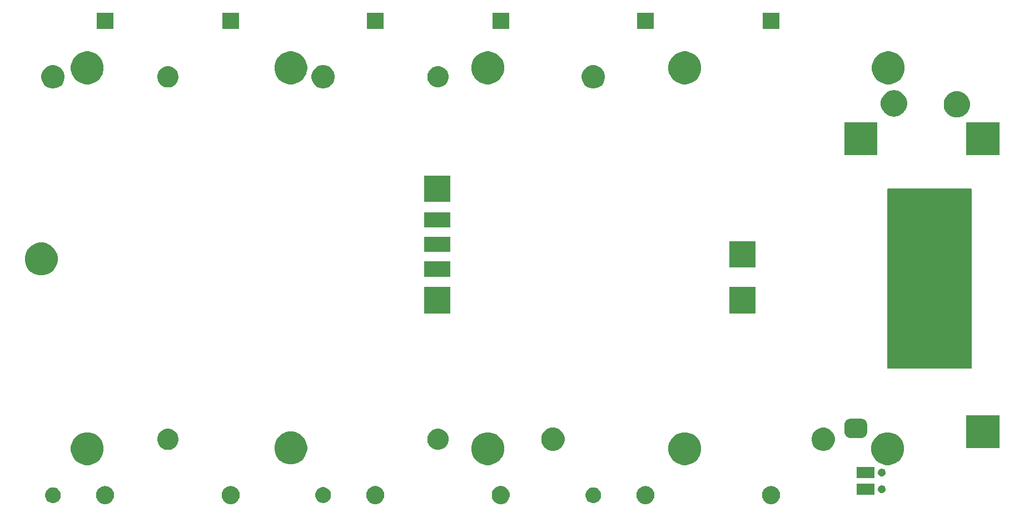
<source format=gts>
G04 #@! TF.GenerationSoftware,KiCad,Pcbnew,(5.0.2)-1*
G04 #@! TF.CreationDate,2019-03-16T18:46:31-04:00*
G04 #@! TF.ProjectId,2p3s-pwr-pack,32703373-2d70-4777-922d-7061636b2e6b,V1*
G04 #@! TF.SameCoordinates,Original*
G04 #@! TF.FileFunction,Soldermask,Top*
G04 #@! TF.FilePolarity,Negative*
%FSLAX46Y46*%
G04 Gerber Fmt 4.6, Leading zero omitted, Abs format (unit mm)*
G04 Created by KiCad (PCBNEW (5.0.2)-1) date 3/16/2019 6:46:31 PM*
%MOMM*%
%LPD*%
G01*
G04 APERTURE LIST*
%ADD10C,0.150000*%
G04 APERTURE END LIST*
D10*
G36*
X188595000Y-120332500D02*
X201295000Y-120332500D01*
X201295000Y-93027500D01*
X188595000Y-93027500D01*
X188595000Y-120332500D01*
G37*
X188595000Y-120332500D02*
X201295000Y-120332500D01*
X201295000Y-93027500D01*
X188595000Y-93027500D01*
X188595000Y-120332500D01*
G36*
X88763976Y-138327615D02*
X88941076Y-138362842D01*
X89191306Y-138466490D01*
X89416514Y-138616970D01*
X89608032Y-138808488D01*
X89758512Y-139033696D01*
X89862160Y-139283926D01*
X89879281Y-139370000D01*
X89911182Y-139530374D01*
X89915001Y-139549576D01*
X89915001Y-139820426D01*
X89862160Y-140086076D01*
X89758512Y-140336306D01*
X89608032Y-140561514D01*
X89416514Y-140753032D01*
X89191306Y-140903512D01*
X88941076Y-141007160D01*
X88771956Y-141040800D01*
X88675427Y-141060001D01*
X88404575Y-141060001D01*
X88308046Y-141040800D01*
X88138926Y-141007160D01*
X87888696Y-140903512D01*
X87663488Y-140753032D01*
X87471970Y-140561514D01*
X87321490Y-140336306D01*
X87217842Y-140086076D01*
X87165001Y-139820426D01*
X87165001Y-139549576D01*
X87168821Y-139530374D01*
X87200721Y-139370000D01*
X87217842Y-139283926D01*
X87321490Y-139033696D01*
X87471970Y-138808488D01*
X87663488Y-138616970D01*
X87888696Y-138466490D01*
X88138926Y-138362842D01*
X88316026Y-138327615D01*
X88404575Y-138310001D01*
X88675427Y-138310001D01*
X88763976Y-138327615D01*
X88763976Y-138327615D01*
G37*
G36*
X151933976Y-138327615D02*
X152111076Y-138362842D01*
X152361306Y-138466490D01*
X152586514Y-138616970D01*
X152778032Y-138808488D01*
X152928512Y-139033696D01*
X153032160Y-139283926D01*
X153049281Y-139370000D01*
X153081182Y-139530374D01*
X153085001Y-139549576D01*
X153085001Y-139820426D01*
X153032160Y-140086076D01*
X152928512Y-140336306D01*
X152778032Y-140561514D01*
X152586514Y-140753032D01*
X152361306Y-140903512D01*
X152111076Y-141007160D01*
X151941956Y-141040800D01*
X151845427Y-141060001D01*
X151574575Y-141060001D01*
X151478046Y-141040800D01*
X151308926Y-141007160D01*
X151058696Y-140903512D01*
X150833488Y-140753032D01*
X150641970Y-140561514D01*
X150491490Y-140336306D01*
X150387842Y-140086076D01*
X150335001Y-139820426D01*
X150335001Y-139549576D01*
X150338821Y-139530374D01*
X150370721Y-139370000D01*
X150387842Y-139283926D01*
X150491490Y-139033696D01*
X150641970Y-138808488D01*
X150833488Y-138616970D01*
X151058696Y-138466490D01*
X151308926Y-138362842D01*
X151486026Y-138327615D01*
X151574575Y-138310001D01*
X151845427Y-138310001D01*
X151933976Y-138327615D01*
X151933976Y-138327615D01*
G37*
G36*
X171063976Y-138327615D02*
X171241076Y-138362842D01*
X171491306Y-138466490D01*
X171716514Y-138616970D01*
X171908032Y-138808488D01*
X172058512Y-139033696D01*
X172162160Y-139283926D01*
X172179281Y-139370000D01*
X172211182Y-139530374D01*
X172215001Y-139549576D01*
X172215001Y-139820426D01*
X172162160Y-140086076D01*
X172058512Y-140336306D01*
X171908032Y-140561514D01*
X171716514Y-140753032D01*
X171491306Y-140903512D01*
X171241076Y-141007160D01*
X171071956Y-141040800D01*
X170975427Y-141060001D01*
X170704575Y-141060001D01*
X170608046Y-141040800D01*
X170438926Y-141007160D01*
X170188696Y-140903512D01*
X169963488Y-140753032D01*
X169771970Y-140561514D01*
X169621490Y-140336306D01*
X169517842Y-140086076D01*
X169465001Y-139820426D01*
X169465001Y-139549576D01*
X169468821Y-139530374D01*
X169500721Y-139370000D01*
X169517842Y-139283926D01*
X169621490Y-139033696D01*
X169771970Y-138808488D01*
X169963488Y-138616970D01*
X170188696Y-138466490D01*
X170438926Y-138362842D01*
X170616026Y-138327615D01*
X170704575Y-138310001D01*
X170975427Y-138310001D01*
X171063976Y-138327615D01*
X171063976Y-138327615D01*
G37*
G36*
X69633976Y-138327615D02*
X69811076Y-138362842D01*
X70061306Y-138466490D01*
X70286514Y-138616970D01*
X70478032Y-138808488D01*
X70628512Y-139033696D01*
X70732160Y-139283926D01*
X70749281Y-139370000D01*
X70781182Y-139530374D01*
X70785001Y-139549576D01*
X70785001Y-139820426D01*
X70732160Y-140086076D01*
X70628512Y-140336306D01*
X70478032Y-140561514D01*
X70286514Y-140753032D01*
X70061306Y-140903512D01*
X69811076Y-141007160D01*
X69641956Y-141040800D01*
X69545427Y-141060001D01*
X69274575Y-141060001D01*
X69178046Y-141040800D01*
X69008926Y-141007160D01*
X68758696Y-140903512D01*
X68533488Y-140753032D01*
X68341970Y-140561514D01*
X68191490Y-140336306D01*
X68087842Y-140086076D01*
X68035001Y-139820426D01*
X68035001Y-139549576D01*
X68038821Y-139530374D01*
X68070721Y-139370000D01*
X68087842Y-139283926D01*
X68191490Y-139033696D01*
X68341970Y-138808488D01*
X68533488Y-138616970D01*
X68758696Y-138466490D01*
X69008926Y-138362842D01*
X69186026Y-138327615D01*
X69274575Y-138310001D01*
X69545427Y-138310001D01*
X69633976Y-138327615D01*
X69633976Y-138327615D01*
G37*
G36*
X129883135Y-138303950D02*
X130082675Y-138343641D01*
X130332905Y-138447289D01*
X130558113Y-138597769D01*
X130749631Y-138789287D01*
X130900111Y-139014495D01*
X131003759Y-139264725D01*
X131013913Y-139315773D01*
X131056600Y-139530374D01*
X131056600Y-139801226D01*
X131038986Y-139889775D01*
X131003759Y-140066875D01*
X130900111Y-140317105D01*
X130749631Y-140542313D01*
X130558113Y-140733831D01*
X130332905Y-140884311D01*
X130082675Y-140987959D01*
X129905575Y-141023186D01*
X129817026Y-141040800D01*
X129546174Y-141040800D01*
X129457625Y-141023186D01*
X129280525Y-140987959D01*
X129030295Y-140884311D01*
X128805087Y-140733831D01*
X128613569Y-140542313D01*
X128463089Y-140317105D01*
X128359441Y-140066875D01*
X128324214Y-139889775D01*
X128306600Y-139801226D01*
X128306600Y-139530374D01*
X128349287Y-139315773D01*
X128359441Y-139264725D01*
X128463089Y-139014495D01*
X128613569Y-138789287D01*
X128805087Y-138597769D01*
X129030295Y-138447289D01*
X129280525Y-138343641D01*
X129480065Y-138303950D01*
X129546174Y-138290800D01*
X129817026Y-138290800D01*
X129883135Y-138303950D01*
X129883135Y-138303950D01*
G37*
G36*
X110753135Y-138303950D02*
X110952675Y-138343641D01*
X111202905Y-138447289D01*
X111428113Y-138597769D01*
X111619631Y-138789287D01*
X111770111Y-139014495D01*
X111873759Y-139264725D01*
X111883913Y-139315773D01*
X111926600Y-139530374D01*
X111926600Y-139801226D01*
X111908986Y-139889775D01*
X111873759Y-140066875D01*
X111770111Y-140317105D01*
X111619631Y-140542313D01*
X111428113Y-140733831D01*
X111202905Y-140884311D01*
X110952675Y-140987959D01*
X110775575Y-141023186D01*
X110687026Y-141040800D01*
X110416174Y-141040800D01*
X110327625Y-141023186D01*
X110150525Y-140987959D01*
X109900295Y-140884311D01*
X109675087Y-140733831D01*
X109483569Y-140542313D01*
X109333089Y-140317105D01*
X109229441Y-140066875D01*
X109194214Y-139889775D01*
X109176600Y-139801226D01*
X109176600Y-139530374D01*
X109219287Y-139315773D01*
X109229441Y-139264725D01*
X109333089Y-139014495D01*
X109483569Y-138789287D01*
X109675087Y-138597769D01*
X109900295Y-138447289D01*
X110150525Y-138343641D01*
X110350065Y-138303950D01*
X110416174Y-138290800D01*
X110687026Y-138290800D01*
X110753135Y-138303950D01*
X110753135Y-138303950D01*
G37*
G36*
X143970470Y-138500373D02*
X144125030Y-138531117D01*
X144343412Y-138621573D01*
X144474442Y-138709125D01*
X144511220Y-138733699D01*
X144539957Y-138752901D01*
X144707101Y-138920045D01*
X144838429Y-139116590D01*
X144928885Y-139334972D01*
X144959629Y-139489532D01*
X144971182Y-139547610D01*
X144975001Y-139566812D01*
X144975001Y-139803190D01*
X144928885Y-140035030D01*
X144838429Y-140253412D01*
X144783039Y-140336308D01*
X144719932Y-140430755D01*
X144707101Y-140449957D01*
X144539957Y-140617101D01*
X144343412Y-140748429D01*
X144125030Y-140838885D01*
X143970470Y-140869629D01*
X143893191Y-140885001D01*
X143656811Y-140885001D01*
X143579532Y-140869629D01*
X143424972Y-140838885D01*
X143206590Y-140748429D01*
X143010045Y-140617101D01*
X142842901Y-140449957D01*
X142830071Y-140430755D01*
X142766963Y-140336308D01*
X142711573Y-140253412D01*
X142621117Y-140035030D01*
X142575001Y-139803190D01*
X142575001Y-139566812D01*
X142578821Y-139547610D01*
X142590373Y-139489532D01*
X142621117Y-139334972D01*
X142711573Y-139116590D01*
X142842901Y-138920045D01*
X143010045Y-138752901D01*
X143038783Y-138733699D01*
X143075560Y-138709125D01*
X143206590Y-138621573D01*
X143424972Y-138531117D01*
X143579532Y-138500373D01*
X143656811Y-138485001D01*
X143893191Y-138485001D01*
X143970470Y-138500373D01*
X143970470Y-138500373D01*
G37*
G36*
X61670470Y-138500373D02*
X61825030Y-138531117D01*
X62043412Y-138621573D01*
X62174442Y-138709125D01*
X62211220Y-138733699D01*
X62239957Y-138752901D01*
X62407101Y-138920045D01*
X62538429Y-139116590D01*
X62628885Y-139334972D01*
X62659629Y-139489532D01*
X62671182Y-139547610D01*
X62675001Y-139566812D01*
X62675001Y-139803190D01*
X62628885Y-140035030D01*
X62538429Y-140253412D01*
X62483039Y-140336308D01*
X62419932Y-140430755D01*
X62407101Y-140449957D01*
X62239957Y-140617101D01*
X62043412Y-140748429D01*
X61825030Y-140838885D01*
X61670470Y-140869629D01*
X61593191Y-140885001D01*
X61356811Y-140885001D01*
X61279532Y-140869629D01*
X61124972Y-140838885D01*
X60906590Y-140748429D01*
X60710045Y-140617101D01*
X60542901Y-140449957D01*
X60530071Y-140430755D01*
X60466963Y-140336308D01*
X60411573Y-140253412D01*
X60321117Y-140035030D01*
X60275001Y-139803190D01*
X60275001Y-139566812D01*
X60278821Y-139547610D01*
X60290373Y-139489532D01*
X60321117Y-139334972D01*
X60411573Y-139116590D01*
X60542901Y-138920045D01*
X60710045Y-138752901D01*
X60738783Y-138733699D01*
X60775560Y-138709125D01*
X60906590Y-138621573D01*
X61124972Y-138531117D01*
X61279532Y-138500373D01*
X61356811Y-138485001D01*
X61593191Y-138485001D01*
X61670470Y-138500373D01*
X61670470Y-138500373D01*
G37*
G36*
X102812069Y-138481172D02*
X102966629Y-138511916D01*
X103185011Y-138602372D01*
X103316041Y-138689924D01*
X103381555Y-138733699D01*
X103548701Y-138900845D01*
X103578214Y-138945014D01*
X103680028Y-139097389D01*
X103770484Y-139315771D01*
X103776684Y-139346942D01*
X103816600Y-139547610D01*
X103816600Y-139783990D01*
X103809352Y-139820426D01*
X103770484Y-140015829D01*
X103680028Y-140234211D01*
X103592476Y-140365241D01*
X103548701Y-140430755D01*
X103381555Y-140597901D01*
X103316041Y-140641676D01*
X103185011Y-140729228D01*
X102966629Y-140819684D01*
X102870099Y-140838885D01*
X102734790Y-140865800D01*
X102498410Y-140865800D01*
X102363101Y-140838885D01*
X102266571Y-140819684D01*
X102048189Y-140729228D01*
X101917159Y-140641676D01*
X101851645Y-140597901D01*
X101684499Y-140430755D01*
X101640724Y-140365241D01*
X101553172Y-140234211D01*
X101462716Y-140015829D01*
X101423848Y-139820426D01*
X101416600Y-139783990D01*
X101416600Y-139547610D01*
X101456516Y-139346942D01*
X101462716Y-139315771D01*
X101553172Y-139097389D01*
X101654986Y-138945014D01*
X101684499Y-138900845D01*
X101851645Y-138733699D01*
X101917159Y-138689924D01*
X102048189Y-138602372D01*
X102266571Y-138511916D01*
X102421131Y-138481172D01*
X102498410Y-138465800D01*
X102734790Y-138465800D01*
X102812069Y-138481172D01*
X102812069Y-138481172D01*
G37*
G36*
X186600000Y-139620000D02*
X183900000Y-139620000D01*
X183900000Y-137920000D01*
X186600000Y-137920000D01*
X186600000Y-139620000D01*
X186600000Y-139620000D01*
G37*
G36*
X187875015Y-138193058D02*
X187984204Y-138238285D01*
X187984207Y-138238287D01*
X188082478Y-138303950D01*
X188166050Y-138387522D01*
X188218354Y-138465800D01*
X188231715Y-138485796D01*
X188276942Y-138594985D01*
X188300000Y-138710906D01*
X188300000Y-138829094D01*
X188276942Y-138945015D01*
X188231715Y-139054204D01*
X188231713Y-139054207D01*
X188202860Y-139097389D01*
X188166049Y-139152479D01*
X188082479Y-139236049D01*
X187984204Y-139301715D01*
X187875015Y-139346942D01*
X187759095Y-139370000D01*
X187640905Y-139370000D01*
X187524985Y-139346942D01*
X187415796Y-139301715D01*
X187317521Y-139236049D01*
X187233951Y-139152479D01*
X187197141Y-139097389D01*
X187168287Y-139054207D01*
X187168285Y-139054204D01*
X187123058Y-138945015D01*
X187100000Y-138829094D01*
X187100000Y-138710906D01*
X187123058Y-138594985D01*
X187168285Y-138485796D01*
X187181646Y-138465800D01*
X187233950Y-138387522D01*
X187317522Y-138303950D01*
X187415793Y-138238287D01*
X187415796Y-138238285D01*
X187524985Y-138193058D01*
X187640905Y-138170000D01*
X187759095Y-138170000D01*
X187875015Y-138193058D01*
X187875015Y-138193058D01*
G37*
G36*
X186600000Y-137080000D02*
X183900000Y-137080000D01*
X183900000Y-135380000D01*
X186600000Y-135380000D01*
X186600000Y-137080000D01*
X186600000Y-137080000D01*
G37*
G36*
X187875015Y-135653058D02*
X187984204Y-135698285D01*
X188082479Y-135763951D01*
X188166049Y-135847521D01*
X188231715Y-135945796D01*
X188276942Y-136054985D01*
X188300000Y-136170906D01*
X188300000Y-136289094D01*
X188276942Y-136405015D01*
X188231715Y-136514204D01*
X188166049Y-136612479D01*
X188082479Y-136696049D01*
X187984204Y-136761715D01*
X187875015Y-136806942D01*
X187817054Y-136818471D01*
X187759095Y-136830000D01*
X187640905Y-136830000D01*
X187582946Y-136818471D01*
X187524985Y-136806942D01*
X187415796Y-136761715D01*
X187317521Y-136696049D01*
X187233951Y-136612479D01*
X187168285Y-136514204D01*
X187123058Y-136405015D01*
X187100000Y-136289094D01*
X187100000Y-136170906D01*
X187123058Y-136054985D01*
X187168285Y-135945796D01*
X187233951Y-135847521D01*
X187317521Y-135763951D01*
X187415796Y-135698285D01*
X187524985Y-135653058D01*
X187640905Y-135630000D01*
X187759095Y-135630000D01*
X187875015Y-135653058D01*
X187875015Y-135653058D01*
G37*
G36*
X67429225Y-130196074D02*
X67884192Y-130384528D01*
X67884194Y-130384529D01*
X67918786Y-130407643D01*
X68293658Y-130658124D01*
X68641876Y-131006342D01*
X68915472Y-131415808D01*
X69103926Y-131870775D01*
X69200000Y-132353772D01*
X69200000Y-132846228D01*
X69103926Y-133329225D01*
X68915472Y-133784192D01*
X68641876Y-134193658D01*
X68293658Y-134541876D01*
X68033854Y-134715471D01*
X67884194Y-134815471D01*
X67884193Y-134815472D01*
X67884192Y-134815472D01*
X67429225Y-135003926D01*
X66946228Y-135100000D01*
X66453772Y-135100000D01*
X65970775Y-135003926D01*
X65515808Y-134815472D01*
X65515807Y-134815472D01*
X65515806Y-134815471D01*
X65366146Y-134715471D01*
X65106342Y-134541876D01*
X64758124Y-134193658D01*
X64484528Y-133784192D01*
X64296074Y-133329225D01*
X64200000Y-132846228D01*
X64200000Y-132353772D01*
X64296074Y-131870775D01*
X64484528Y-131415808D01*
X64758124Y-131006342D01*
X65106342Y-130658124D01*
X65481214Y-130407643D01*
X65515806Y-130384529D01*
X65515808Y-130384528D01*
X65970775Y-130196074D01*
X66453772Y-130100000D01*
X66946228Y-130100000D01*
X67429225Y-130196074D01*
X67429225Y-130196074D01*
G37*
G36*
X158429225Y-130196074D02*
X158884192Y-130384528D01*
X158884194Y-130384529D01*
X158918786Y-130407643D01*
X159293658Y-130658124D01*
X159641876Y-131006342D01*
X159915472Y-131415808D01*
X160103926Y-131870775D01*
X160200000Y-132353772D01*
X160200000Y-132846228D01*
X160103926Y-133329225D01*
X159915472Y-133784192D01*
X159641876Y-134193658D01*
X159293658Y-134541876D01*
X159033854Y-134715471D01*
X158884194Y-134815471D01*
X158884193Y-134815472D01*
X158884192Y-134815472D01*
X158429225Y-135003926D01*
X157946228Y-135100000D01*
X157453772Y-135100000D01*
X156970775Y-135003926D01*
X156515808Y-134815472D01*
X156515807Y-134815472D01*
X156515806Y-134815471D01*
X156366146Y-134715471D01*
X156106342Y-134541876D01*
X155758124Y-134193658D01*
X155484528Y-133784192D01*
X155296074Y-133329225D01*
X155200000Y-132846228D01*
X155200000Y-132353772D01*
X155296074Y-131870775D01*
X155484528Y-131415808D01*
X155758124Y-131006342D01*
X156106342Y-130658124D01*
X156481214Y-130407643D01*
X156515806Y-130384529D01*
X156515808Y-130384528D01*
X156970775Y-130196074D01*
X157453772Y-130100000D01*
X157946228Y-130100000D01*
X158429225Y-130196074D01*
X158429225Y-130196074D01*
G37*
G36*
X128429225Y-130196074D02*
X128884192Y-130384528D01*
X128884194Y-130384529D01*
X128918786Y-130407643D01*
X129293658Y-130658124D01*
X129641876Y-131006342D01*
X129915472Y-131415808D01*
X130103926Y-131870775D01*
X130200000Y-132353772D01*
X130200000Y-132846228D01*
X130103926Y-133329225D01*
X129915472Y-133784192D01*
X129641876Y-134193658D01*
X129293658Y-134541876D01*
X129033854Y-134715471D01*
X128884194Y-134815471D01*
X128884193Y-134815472D01*
X128884192Y-134815472D01*
X128429225Y-135003926D01*
X127946228Y-135100000D01*
X127453772Y-135100000D01*
X126970775Y-135003926D01*
X126515808Y-134815472D01*
X126515807Y-134815472D01*
X126515806Y-134815471D01*
X126366146Y-134715471D01*
X126106342Y-134541876D01*
X125758124Y-134193658D01*
X125484528Y-133784192D01*
X125296074Y-133329225D01*
X125200000Y-132846228D01*
X125200000Y-132353772D01*
X125296074Y-131870775D01*
X125484528Y-131415808D01*
X125758124Y-131006342D01*
X126106342Y-130658124D01*
X126481214Y-130407643D01*
X126515806Y-130384529D01*
X126515808Y-130384528D01*
X126970775Y-130196074D01*
X127453772Y-130100000D01*
X127946228Y-130100000D01*
X128429225Y-130196074D01*
X128429225Y-130196074D01*
G37*
G36*
X189329225Y-130196074D02*
X189784192Y-130384528D01*
X189784194Y-130384529D01*
X189818786Y-130407643D01*
X190193658Y-130658124D01*
X190541876Y-131006342D01*
X190815472Y-131415808D01*
X191003926Y-131870775D01*
X191100000Y-132353772D01*
X191100000Y-132846228D01*
X191003926Y-133329225D01*
X190815472Y-133784192D01*
X190541876Y-134193658D01*
X190193658Y-134541876D01*
X189933854Y-134715471D01*
X189784194Y-134815471D01*
X189784193Y-134815472D01*
X189784192Y-134815472D01*
X189329225Y-135003926D01*
X188846228Y-135100000D01*
X188353772Y-135100000D01*
X187870775Y-135003926D01*
X187415808Y-134815472D01*
X187415807Y-134815472D01*
X187415806Y-134815471D01*
X187266146Y-134715471D01*
X187006342Y-134541876D01*
X186658124Y-134193658D01*
X186384528Y-133784192D01*
X186196074Y-133329225D01*
X186100000Y-132846228D01*
X186100000Y-132353772D01*
X186196074Y-131870775D01*
X186384528Y-131415808D01*
X186658124Y-131006342D01*
X187006342Y-130658124D01*
X187381214Y-130407643D01*
X187415806Y-130384529D01*
X187415808Y-130384528D01*
X187870775Y-130196074D01*
X188353772Y-130100000D01*
X188846228Y-130100000D01*
X189329225Y-130196074D01*
X189329225Y-130196074D01*
G37*
G36*
X98429225Y-130096074D02*
X98884192Y-130284528D01*
X98884194Y-130284529D01*
X98984899Y-130351818D01*
X99293658Y-130558124D01*
X99641876Y-130906342D01*
X99823861Y-131178702D01*
X99915170Y-131315355D01*
X99915472Y-131315808D01*
X100103926Y-131770775D01*
X100200000Y-132253772D01*
X100200000Y-132746228D01*
X100103926Y-133229225D01*
X99915472Y-133684192D01*
X99641876Y-134093658D01*
X99293658Y-134441876D01*
X99143997Y-134541876D01*
X98884194Y-134715471D01*
X98884193Y-134715472D01*
X98884192Y-134715472D01*
X98429225Y-134903926D01*
X97946228Y-135000000D01*
X97453772Y-135000000D01*
X96970775Y-134903926D01*
X96515808Y-134715472D01*
X96515807Y-134715472D01*
X96515806Y-134715471D01*
X96256003Y-134541876D01*
X96106342Y-134441876D01*
X95758124Y-134093658D01*
X95484528Y-133684192D01*
X95296074Y-133229225D01*
X95200000Y-132746228D01*
X95200000Y-132253772D01*
X95296074Y-131770775D01*
X95484528Y-131315808D01*
X95484831Y-131315355D01*
X95576139Y-131178702D01*
X95758124Y-130906342D01*
X96106342Y-130558124D01*
X96415101Y-130351818D01*
X96515806Y-130284529D01*
X96515808Y-130284528D01*
X96970775Y-130096074D01*
X97453772Y-130000000D01*
X97946228Y-130000000D01*
X98429225Y-130096074D01*
X98429225Y-130096074D01*
G37*
G36*
X179292751Y-129468214D02*
X179615776Y-129602015D01*
X179615779Y-129602017D01*
X179906497Y-129796269D01*
X180153733Y-130043505D01*
X180314780Y-130284528D01*
X180347987Y-130334226D01*
X180481788Y-130657251D01*
X180550001Y-131000179D01*
X180550001Y-131349823D01*
X180481788Y-131692751D01*
X180347987Y-132015776D01*
X180347985Y-132015779D01*
X180153733Y-132306497D01*
X179906497Y-132553733D01*
X179821349Y-132610627D01*
X179615776Y-132747987D01*
X179292751Y-132881788D01*
X178949823Y-132950001D01*
X178600179Y-132950001D01*
X178257251Y-132881788D01*
X177934226Y-132747987D01*
X177728653Y-132610627D01*
X177643505Y-132553733D01*
X177396269Y-132306497D01*
X177202017Y-132015779D01*
X177202015Y-132015776D01*
X177068214Y-131692751D01*
X177000001Y-131349823D01*
X177000001Y-131000179D01*
X177068214Y-130657251D01*
X177202015Y-130334226D01*
X177235222Y-130284528D01*
X177396269Y-130043505D01*
X177643505Y-129796269D01*
X177934223Y-129602017D01*
X177934226Y-129602015D01*
X178257251Y-129468214D01*
X178600179Y-129400001D01*
X178949823Y-129400001D01*
X179292751Y-129468214D01*
X179292751Y-129468214D01*
G37*
G36*
X138134350Y-129449013D02*
X138457375Y-129582814D01*
X138457378Y-129582816D01*
X138748096Y-129777068D01*
X138995332Y-130024304D01*
X139169209Y-130284529D01*
X139189586Y-130315025D01*
X139323387Y-130638050D01*
X139391600Y-130980978D01*
X139391600Y-131330622D01*
X139323387Y-131673550D01*
X139189586Y-131996575D01*
X139189584Y-131996578D01*
X138995332Y-132287296D01*
X138748096Y-132534532D01*
X138634212Y-132610627D01*
X138457375Y-132728786D01*
X138134350Y-132862587D01*
X137791422Y-132930800D01*
X137441778Y-132930800D01*
X137098850Y-132862587D01*
X136775825Y-132728786D01*
X136598988Y-132610627D01*
X136485104Y-132534532D01*
X136237868Y-132287296D01*
X136043616Y-131996578D01*
X136043614Y-131996575D01*
X135909813Y-131673550D01*
X135841600Y-131330622D01*
X135841600Y-130980978D01*
X135909813Y-130638050D01*
X136043614Y-130315025D01*
X136063991Y-130284529D01*
X136237868Y-130024304D01*
X136485104Y-129777068D01*
X136775822Y-129582816D01*
X136775825Y-129582814D01*
X137098850Y-129449013D01*
X137441778Y-129380800D01*
X137791422Y-129380800D01*
X138134350Y-129449013D01*
X138134350Y-129449013D01*
G37*
G36*
X79238884Y-129575753D02*
X79447539Y-129617257D01*
X79675568Y-129711710D01*
X79742359Y-129739376D01*
X79941133Y-129872193D01*
X80007692Y-129916666D01*
X80233336Y-130142310D01*
X80249873Y-130167060D01*
X80410626Y-130407643D01*
X80410627Y-130407646D01*
X80532745Y-130702463D01*
X80532745Y-130702465D01*
X80591182Y-130996244D01*
X80595001Y-131015446D01*
X80595001Y-131334556D01*
X80532745Y-131647539D01*
X80440277Y-131870775D01*
X80410626Y-131942359D01*
X80361570Y-132015776D01*
X80233336Y-132207692D01*
X80007692Y-132433336D01*
X79941133Y-132477809D01*
X79742359Y-132610626D01*
X79675568Y-132638292D01*
X79447539Y-132732745D01*
X79238884Y-132774249D01*
X79134557Y-132795001D01*
X78815445Y-132795001D01*
X78711118Y-132774249D01*
X78502463Y-132732745D01*
X78274434Y-132638292D01*
X78207643Y-132610626D01*
X78008869Y-132477809D01*
X77942310Y-132433336D01*
X77716666Y-132207692D01*
X77588432Y-132015776D01*
X77539376Y-131942359D01*
X77509725Y-131870775D01*
X77417257Y-131647539D01*
X77355001Y-131334556D01*
X77355001Y-131015446D01*
X77358821Y-130996244D01*
X77417257Y-130702465D01*
X77417257Y-130702463D01*
X77539375Y-130407646D01*
X77539376Y-130407643D01*
X77700129Y-130167060D01*
X77716666Y-130142310D01*
X77942310Y-129916666D01*
X78008869Y-129872193D01*
X78207643Y-129739376D01*
X78274434Y-129711710D01*
X78502463Y-129617257D01*
X78711118Y-129575753D01*
X78815445Y-129555001D01*
X79134557Y-129555001D01*
X79238884Y-129575753D01*
X79238884Y-129575753D01*
G37*
G36*
X120372685Y-129555001D02*
X120589138Y-129598056D01*
X120817167Y-129692509D01*
X120883958Y-129720175D01*
X121082732Y-129852992D01*
X121149291Y-129897465D01*
X121374935Y-130123109D01*
X121387766Y-130142312D01*
X121552225Y-130388442D01*
X121579891Y-130455233D01*
X121674344Y-130683262D01*
X121702148Y-130823043D01*
X121736600Y-130996244D01*
X121736600Y-131315356D01*
X121729744Y-131349823D01*
X121674344Y-131628338D01*
X121615344Y-131770775D01*
X121552225Y-131923158D01*
X121503169Y-131996575D01*
X121374935Y-132188491D01*
X121149291Y-132414135D01*
X121120553Y-132433337D01*
X120883958Y-132591425D01*
X120837600Y-132610627D01*
X120589138Y-132713544D01*
X120380483Y-132755048D01*
X120276156Y-132775800D01*
X119957044Y-132775800D01*
X119852717Y-132755048D01*
X119644062Y-132713544D01*
X119395600Y-132610627D01*
X119349242Y-132591425D01*
X119112647Y-132433337D01*
X119083909Y-132414135D01*
X118858265Y-132188491D01*
X118730031Y-131996575D01*
X118680975Y-131923158D01*
X118617856Y-131770775D01*
X118558856Y-131628338D01*
X118503456Y-131349823D01*
X118496600Y-131315356D01*
X118496600Y-130996244D01*
X118531052Y-130823043D01*
X118558856Y-130683262D01*
X118653309Y-130455233D01*
X118680975Y-130388442D01*
X118845434Y-130142312D01*
X118858265Y-130123109D01*
X119083909Y-129897465D01*
X119150468Y-129852992D01*
X119349242Y-129720175D01*
X119416033Y-129692509D01*
X119644062Y-129598056D01*
X119860515Y-129555001D01*
X119957044Y-129535800D01*
X120276156Y-129535800D01*
X120372685Y-129555001D01*
X120372685Y-129555001D01*
G37*
G36*
X205600000Y-132500000D02*
X200600000Y-132500000D01*
X200600000Y-127500000D01*
X205600000Y-127500000D01*
X205600000Y-132500000D01*
X205600000Y-132500000D01*
G37*
G36*
X184667060Y-128020123D02*
X184861131Y-128078993D01*
X185039987Y-128174594D01*
X185196752Y-128303248D01*
X185325406Y-128460013D01*
X185421007Y-128638869D01*
X185479877Y-128832940D01*
X185500000Y-129037252D01*
X185500000Y-129962748D01*
X185479877Y-130167060D01*
X185421007Y-130361131D01*
X185325406Y-130539987D01*
X185196752Y-130696752D01*
X185039987Y-130825406D01*
X184861131Y-130921007D01*
X184667060Y-130979877D01*
X184462748Y-131000000D01*
X183037252Y-131000000D01*
X182832940Y-130979877D01*
X182638869Y-130921007D01*
X182460013Y-130825406D01*
X182303248Y-130696752D01*
X182174594Y-130539987D01*
X182078993Y-130361131D01*
X182020123Y-130167060D01*
X182000000Y-129962748D01*
X182000000Y-129037252D01*
X182020123Y-128832940D01*
X182078993Y-128638869D01*
X182174594Y-128460013D01*
X182303248Y-128303248D01*
X182460013Y-128174594D01*
X182638869Y-128078993D01*
X182832940Y-128020123D01*
X183037252Y-128000000D01*
X184462748Y-128000000D01*
X184667060Y-128020123D01*
X184667060Y-128020123D01*
G37*
G36*
X168500000Y-112000000D02*
X164500000Y-112000000D01*
X164500000Y-108000000D01*
X168500000Y-108000000D01*
X168500000Y-112000000D01*
X168500000Y-112000000D01*
G37*
G36*
X122000000Y-112000000D02*
X118000000Y-112000000D01*
X118000000Y-108000000D01*
X122000000Y-108000000D01*
X122000000Y-112000000D01*
X122000000Y-112000000D01*
G37*
G36*
X122000000Y-106400000D02*
X118000000Y-106400000D01*
X118000000Y-104100000D01*
X122000000Y-104100000D01*
X122000000Y-106400000D01*
X122000000Y-106400000D01*
G37*
G36*
X60429225Y-101296074D02*
X60884192Y-101484528D01*
X60884194Y-101484529D01*
X61021298Y-101576139D01*
X61293658Y-101758124D01*
X61641876Y-102106342D01*
X61915472Y-102515808D01*
X62103926Y-102970775D01*
X62200000Y-103453772D01*
X62200000Y-103946228D01*
X62103926Y-104429225D01*
X61915472Y-104884192D01*
X61641876Y-105293658D01*
X61293658Y-105641876D01*
X61033854Y-105815471D01*
X60884194Y-105915471D01*
X60884193Y-105915472D01*
X60884192Y-105915472D01*
X60429225Y-106103926D01*
X59946228Y-106200000D01*
X59453772Y-106200000D01*
X58970775Y-106103926D01*
X58515808Y-105915472D01*
X58515807Y-105915472D01*
X58515806Y-105915471D01*
X58366146Y-105815471D01*
X58106342Y-105641876D01*
X57758124Y-105293658D01*
X57484528Y-104884192D01*
X57296074Y-104429225D01*
X57200000Y-103946228D01*
X57200000Y-103453772D01*
X57296074Y-102970775D01*
X57484528Y-102515808D01*
X57758124Y-102106342D01*
X58106342Y-101758124D01*
X58378702Y-101576139D01*
X58515806Y-101484529D01*
X58515808Y-101484528D01*
X58970775Y-101296074D01*
X59453772Y-101200000D01*
X59946228Y-101200000D01*
X60429225Y-101296074D01*
X60429225Y-101296074D01*
G37*
G36*
X196429225Y-101196074D02*
X196884192Y-101384528D01*
X196884194Y-101384529D01*
X197021298Y-101476139D01*
X197293658Y-101658124D01*
X197641876Y-102006342D01*
X197915472Y-102415808D01*
X198103926Y-102870775D01*
X198200000Y-103353772D01*
X198200000Y-103846228D01*
X198103926Y-104329225D01*
X197915472Y-104784192D01*
X197641876Y-105193658D01*
X197293658Y-105541876D01*
X197143997Y-105641876D01*
X196884194Y-105815471D01*
X196884193Y-105815472D01*
X196884192Y-105815472D01*
X196429225Y-106003926D01*
X195946228Y-106100000D01*
X195453772Y-106100000D01*
X194970775Y-106003926D01*
X194515808Y-105815472D01*
X194515807Y-105815472D01*
X194515806Y-105815471D01*
X194256003Y-105641876D01*
X194106342Y-105541876D01*
X193758124Y-105193658D01*
X193484528Y-104784192D01*
X193296074Y-104329225D01*
X193200000Y-103846228D01*
X193200000Y-103353772D01*
X193296074Y-102870775D01*
X193484528Y-102415808D01*
X193758124Y-102006342D01*
X194106342Y-101658124D01*
X194378702Y-101476139D01*
X194515806Y-101384529D01*
X194515808Y-101384528D01*
X194970775Y-101196074D01*
X195453772Y-101100000D01*
X195946228Y-101100000D01*
X196429225Y-101196074D01*
X196429225Y-101196074D01*
G37*
G36*
X168500000Y-105000000D02*
X164500000Y-105000000D01*
X164500000Y-101000000D01*
X168500000Y-101000000D01*
X168500000Y-105000000D01*
X168500000Y-105000000D01*
G37*
G36*
X122000000Y-102650000D02*
X118000000Y-102650000D01*
X118000000Y-100350000D01*
X122000000Y-100350000D01*
X122000000Y-102650000D01*
X122000000Y-102650000D01*
G37*
G36*
X122000000Y-98900000D02*
X118000000Y-98900000D01*
X118000000Y-96600000D01*
X122000000Y-96600000D01*
X122000000Y-98900000D01*
X122000000Y-98900000D01*
G37*
G36*
X122000000Y-95000000D02*
X118000000Y-95000000D01*
X118000000Y-91000000D01*
X122000000Y-91000000D01*
X122000000Y-95000000D01*
X122000000Y-95000000D01*
G37*
G36*
X205600000Y-87900000D02*
X200600000Y-87900000D01*
X200600000Y-82900000D01*
X205600000Y-82900000D01*
X205600000Y-87900000D01*
X205600000Y-87900000D01*
G37*
G36*
X187000000Y-87900000D02*
X182000000Y-87900000D01*
X182000000Y-82900000D01*
X187000000Y-82900000D01*
X187000000Y-87900000D01*
X187000000Y-87900000D01*
G37*
G36*
X199461781Y-78188020D02*
X199719380Y-78239259D01*
X200083353Y-78390022D01*
X200083355Y-78390023D01*
X200410926Y-78608899D01*
X200689501Y-78887474D01*
X200806547Y-79062645D01*
X200908378Y-79215047D01*
X201059141Y-79579020D01*
X201136000Y-79965418D01*
X201136000Y-80359382D01*
X201059141Y-80745780D01*
X200908378Y-81109753D01*
X200908377Y-81109755D01*
X200689501Y-81437326D01*
X200410926Y-81715901D01*
X200083355Y-81934777D01*
X200083354Y-81934778D01*
X200083353Y-81934778D01*
X199719380Y-82085541D01*
X199461781Y-82136780D01*
X199332983Y-82162400D01*
X198939017Y-82162400D01*
X198810219Y-82136780D01*
X198552620Y-82085541D01*
X198188647Y-81934778D01*
X198188646Y-81934778D01*
X198188645Y-81934777D01*
X197861074Y-81715901D01*
X197582499Y-81437326D01*
X197363623Y-81109755D01*
X197363622Y-81109753D01*
X197212859Y-80745780D01*
X197136000Y-80359382D01*
X197136000Y-79965418D01*
X197212859Y-79579020D01*
X197363622Y-79215047D01*
X197465454Y-79062645D01*
X197582499Y-78887474D01*
X197861074Y-78608899D01*
X198188645Y-78390023D01*
X198188647Y-78390022D01*
X198552620Y-78239259D01*
X198810219Y-78188020D01*
X198939017Y-78162400D01*
X199332983Y-78162400D01*
X199461781Y-78188020D01*
X199461781Y-78188020D01*
G37*
G36*
X189885981Y-78035620D02*
X190143580Y-78086859D01*
X190507553Y-78237622D01*
X190507555Y-78237623D01*
X190835126Y-78456499D01*
X191113701Y-78735074D01*
X191215531Y-78887473D01*
X191332578Y-79062647D01*
X191483341Y-79426620D01*
X191560200Y-79813018D01*
X191560200Y-80206982D01*
X191483341Y-80593380D01*
X191332578Y-80957353D01*
X191332577Y-80957355D01*
X191113701Y-81284926D01*
X190835126Y-81563501D01*
X190507555Y-81782377D01*
X190507554Y-81782378D01*
X190507553Y-81782378D01*
X190143580Y-81933141D01*
X189885981Y-81984380D01*
X189757183Y-82010000D01*
X189363217Y-82010000D01*
X189234419Y-81984380D01*
X188976820Y-81933141D01*
X188612847Y-81782378D01*
X188612846Y-81782378D01*
X188612845Y-81782377D01*
X188285274Y-81563501D01*
X188006699Y-81284926D01*
X187787823Y-80957355D01*
X187787822Y-80957353D01*
X187637059Y-80593380D01*
X187560200Y-80206982D01*
X187560200Y-79813018D01*
X187637059Y-79426620D01*
X187787822Y-79062647D01*
X187904870Y-78887473D01*
X188006699Y-78735074D01*
X188285274Y-78456499D01*
X188612845Y-78237623D01*
X188612847Y-78237622D01*
X188976820Y-78086859D01*
X189234419Y-78035620D01*
X189363217Y-78010000D01*
X189757183Y-78010000D01*
X189885981Y-78035620D01*
X189885981Y-78035620D01*
G37*
G36*
X144292751Y-74268214D02*
X144615776Y-74402015D01*
X144615779Y-74402017D01*
X144906497Y-74596269D01*
X145153733Y-74843505D01*
X145219754Y-74942312D01*
X145347987Y-75134226D01*
X145481788Y-75457251D01*
X145550001Y-75800179D01*
X145550001Y-76149823D01*
X145481788Y-76492751D01*
X145347987Y-76815776D01*
X145347985Y-76815779D01*
X145153733Y-77106497D01*
X144906497Y-77353733D01*
X144821349Y-77410627D01*
X144615776Y-77547987D01*
X144292751Y-77681788D01*
X143949823Y-77750001D01*
X143600179Y-77750001D01*
X143257251Y-77681788D01*
X142934226Y-77547987D01*
X142728653Y-77410627D01*
X142643505Y-77353733D01*
X142396269Y-77106497D01*
X142202017Y-76815779D01*
X142202015Y-76815776D01*
X142068214Y-76492751D01*
X142000001Y-76149823D01*
X142000001Y-75800179D01*
X142068214Y-75457251D01*
X142202015Y-75134226D01*
X142330248Y-74942312D01*
X142396269Y-74843505D01*
X142643505Y-74596269D01*
X142934223Y-74402017D01*
X142934226Y-74402015D01*
X143257251Y-74268214D01*
X143600179Y-74200001D01*
X143949823Y-74200001D01*
X144292751Y-74268214D01*
X144292751Y-74268214D01*
G37*
G36*
X61992751Y-74268214D02*
X62315776Y-74402015D01*
X62315779Y-74402017D01*
X62606497Y-74596269D01*
X62853733Y-74843505D01*
X62919754Y-74942312D01*
X63047987Y-75134226D01*
X63181788Y-75457251D01*
X63250001Y-75800179D01*
X63250001Y-76149823D01*
X63181788Y-76492751D01*
X63047987Y-76815776D01*
X63047985Y-76815779D01*
X62853733Y-77106497D01*
X62606497Y-77353733D01*
X62521349Y-77410627D01*
X62315776Y-77547987D01*
X61992751Y-77681788D01*
X61649823Y-77750001D01*
X61300179Y-77750001D01*
X60957251Y-77681788D01*
X60634226Y-77547987D01*
X60428653Y-77410627D01*
X60343505Y-77353733D01*
X60096269Y-77106497D01*
X59902017Y-76815779D01*
X59902015Y-76815776D01*
X59768214Y-76492751D01*
X59700001Y-76149823D01*
X59700001Y-75800179D01*
X59768214Y-75457251D01*
X59902015Y-75134226D01*
X60030248Y-74942312D01*
X60096269Y-74843505D01*
X60343505Y-74596269D01*
X60634223Y-74402017D01*
X60634226Y-74402015D01*
X60957251Y-74268214D01*
X61300179Y-74200001D01*
X61649823Y-74200001D01*
X61992751Y-74268214D01*
X61992751Y-74268214D01*
G37*
G36*
X103134350Y-74249013D02*
X103457375Y-74382814D01*
X103457378Y-74382816D01*
X103748096Y-74577068D01*
X103995332Y-74824304D01*
X104189584Y-75115022D01*
X104189586Y-75115025D01*
X104323387Y-75438050D01*
X104391600Y-75780978D01*
X104391600Y-76130622D01*
X104323387Y-76473550D01*
X104189586Y-76796575D01*
X104189584Y-76796578D01*
X103995332Y-77087296D01*
X103748096Y-77334532D01*
X103634212Y-77410627D01*
X103457375Y-77528786D01*
X103134350Y-77662587D01*
X102791422Y-77730800D01*
X102441778Y-77730800D01*
X102098850Y-77662587D01*
X101775825Y-77528786D01*
X101598988Y-77410627D01*
X101485104Y-77334532D01*
X101237868Y-77087296D01*
X101043616Y-76796578D01*
X101043614Y-76796575D01*
X100909813Y-76473550D01*
X100841600Y-76130622D01*
X100841600Y-75780978D01*
X100909813Y-75438050D01*
X101043614Y-75115025D01*
X101043616Y-75115022D01*
X101237868Y-74824304D01*
X101485104Y-74577068D01*
X101775822Y-74382816D01*
X101775825Y-74382814D01*
X102098850Y-74249013D01*
X102441778Y-74180800D01*
X102791422Y-74180800D01*
X103134350Y-74249013D01*
X103134350Y-74249013D01*
G37*
G36*
X79238884Y-74375753D02*
X79447539Y-74417257D01*
X79675568Y-74511710D01*
X79742359Y-74539376D01*
X79941133Y-74672193D01*
X80007692Y-74716666D01*
X80233336Y-74942310D01*
X80233337Y-74942312D01*
X80410626Y-75207643D01*
X80410627Y-75207646D01*
X80532745Y-75502463D01*
X80532745Y-75502465D01*
X80591182Y-75796244D01*
X80595001Y-75815446D01*
X80595001Y-76134556D01*
X80532745Y-76447539D01*
X80514018Y-76492749D01*
X80410626Y-76742359D01*
X80361773Y-76815472D01*
X80233336Y-77007692D01*
X80007692Y-77233336D01*
X79941133Y-77277809D01*
X79742359Y-77410626D01*
X79675568Y-77438292D01*
X79447539Y-77532745D01*
X79238884Y-77574249D01*
X79134557Y-77595001D01*
X78815445Y-77595001D01*
X78711118Y-77574249D01*
X78502463Y-77532745D01*
X78274434Y-77438292D01*
X78207643Y-77410626D01*
X78008869Y-77277809D01*
X77942310Y-77233336D01*
X77716666Y-77007692D01*
X77588229Y-76815472D01*
X77539376Y-76742359D01*
X77435984Y-76492749D01*
X77417257Y-76447539D01*
X77355001Y-76134556D01*
X77355001Y-75815446D01*
X77358821Y-75796244D01*
X77417257Y-75502465D01*
X77417257Y-75502463D01*
X77539375Y-75207646D01*
X77539376Y-75207643D01*
X77716665Y-74942312D01*
X77716666Y-74942310D01*
X77942310Y-74716666D01*
X78008869Y-74672193D01*
X78207643Y-74539376D01*
X78274434Y-74511710D01*
X78502463Y-74417257D01*
X78711118Y-74375753D01*
X78815445Y-74355001D01*
X79134557Y-74355001D01*
X79238884Y-74375753D01*
X79238884Y-74375753D01*
G37*
G36*
X120366507Y-74353772D02*
X120589138Y-74398056D01*
X120817167Y-74492509D01*
X120883958Y-74520175D01*
X121082732Y-74652992D01*
X121149291Y-74697465D01*
X121374935Y-74923109D01*
X121387766Y-74942312D01*
X121552225Y-75188442D01*
X121579891Y-75255233D01*
X121674344Y-75483262D01*
X121715848Y-75691917D01*
X121736600Y-75796244D01*
X121736600Y-76115356D01*
X121729744Y-76149823D01*
X121674344Y-76428338D01*
X121579891Y-76656367D01*
X121552225Y-76723158D01*
X121490339Y-76815776D01*
X121374935Y-76988491D01*
X121149291Y-77214135D01*
X121120553Y-77233337D01*
X120883958Y-77391425D01*
X120837600Y-77410627D01*
X120589138Y-77513544D01*
X120380483Y-77555048D01*
X120276156Y-77575800D01*
X119957044Y-77575800D01*
X119852717Y-77555048D01*
X119644062Y-77513544D01*
X119395600Y-77410627D01*
X119349242Y-77391425D01*
X119112647Y-77233337D01*
X119083909Y-77214135D01*
X118858265Y-76988491D01*
X118742861Y-76815776D01*
X118680975Y-76723158D01*
X118653309Y-76656367D01*
X118558856Y-76428338D01*
X118503456Y-76149823D01*
X118496600Y-76115356D01*
X118496600Y-75796244D01*
X118517352Y-75691917D01*
X118558856Y-75483262D01*
X118653309Y-75255233D01*
X118680975Y-75188442D01*
X118845434Y-74942312D01*
X118858265Y-74923109D01*
X119083909Y-74697465D01*
X119150468Y-74652992D01*
X119349242Y-74520175D01*
X119416033Y-74492509D01*
X119644062Y-74398056D01*
X119866693Y-74353772D01*
X119957044Y-74335800D01*
X120276156Y-74335800D01*
X120366507Y-74353772D01*
X120366507Y-74353772D01*
G37*
G36*
X189429225Y-72196074D02*
X189884192Y-72384528D01*
X189884194Y-72384529D01*
X190021298Y-72476139D01*
X190293658Y-72658124D01*
X190641876Y-73006342D01*
X190915472Y-73415808D01*
X191103926Y-73870775D01*
X191200000Y-74353772D01*
X191200000Y-74846228D01*
X191103926Y-75329225D01*
X191032168Y-75502463D01*
X190915471Y-75784194D01*
X190894589Y-75815446D01*
X190641876Y-76193658D01*
X190293658Y-76541876D01*
X190022354Y-76723155D01*
X189884194Y-76815471D01*
X189884193Y-76815472D01*
X189884192Y-76815472D01*
X189429225Y-77003926D01*
X188946228Y-77100000D01*
X188453772Y-77100000D01*
X187970775Y-77003926D01*
X187515808Y-76815472D01*
X187515807Y-76815472D01*
X187515806Y-76815471D01*
X187377646Y-76723155D01*
X187106342Y-76541876D01*
X186758124Y-76193658D01*
X186505411Y-75815446D01*
X186484529Y-75784194D01*
X186367832Y-75502463D01*
X186296074Y-75329225D01*
X186200000Y-74846228D01*
X186200000Y-74353772D01*
X186296074Y-73870775D01*
X186484528Y-73415808D01*
X186758124Y-73006342D01*
X187106342Y-72658124D01*
X187378702Y-72476139D01*
X187515806Y-72384529D01*
X187515808Y-72384528D01*
X187970775Y-72196074D01*
X188453772Y-72100000D01*
X188946228Y-72100000D01*
X189429225Y-72196074D01*
X189429225Y-72196074D01*
G37*
G36*
X67429225Y-72196074D02*
X67884192Y-72384528D01*
X67884194Y-72384529D01*
X68021298Y-72476139D01*
X68293658Y-72658124D01*
X68641876Y-73006342D01*
X68915472Y-73415808D01*
X69103926Y-73870775D01*
X69200000Y-74353772D01*
X69200000Y-74846228D01*
X69103926Y-75329225D01*
X69032168Y-75502463D01*
X68915471Y-75784194D01*
X68894589Y-75815446D01*
X68641876Y-76193658D01*
X68293658Y-76541876D01*
X68022354Y-76723155D01*
X67884194Y-76815471D01*
X67884193Y-76815472D01*
X67884192Y-76815472D01*
X67429225Y-77003926D01*
X66946228Y-77100000D01*
X66453772Y-77100000D01*
X65970775Y-77003926D01*
X65515808Y-76815472D01*
X65515807Y-76815472D01*
X65515806Y-76815471D01*
X65377646Y-76723155D01*
X65106342Y-76541876D01*
X64758124Y-76193658D01*
X64505411Y-75815446D01*
X64484529Y-75784194D01*
X64367832Y-75502463D01*
X64296074Y-75329225D01*
X64200000Y-74846228D01*
X64200000Y-74353772D01*
X64296074Y-73870775D01*
X64484528Y-73415808D01*
X64758124Y-73006342D01*
X65106342Y-72658124D01*
X65378702Y-72476139D01*
X65515806Y-72384529D01*
X65515808Y-72384528D01*
X65970775Y-72196074D01*
X66453772Y-72100000D01*
X66946228Y-72100000D01*
X67429225Y-72196074D01*
X67429225Y-72196074D01*
G37*
G36*
X98429225Y-72196074D02*
X98884192Y-72384528D01*
X98884194Y-72384529D01*
X99021298Y-72476139D01*
X99293658Y-72658124D01*
X99641876Y-73006342D01*
X99915472Y-73415808D01*
X100103926Y-73870775D01*
X100200000Y-74353772D01*
X100200000Y-74846228D01*
X100103926Y-75329225D01*
X100032168Y-75502463D01*
X99915471Y-75784194D01*
X99894589Y-75815446D01*
X99641876Y-76193658D01*
X99293658Y-76541876D01*
X99022354Y-76723155D01*
X98884194Y-76815471D01*
X98884193Y-76815472D01*
X98884192Y-76815472D01*
X98429225Y-77003926D01*
X97946228Y-77100000D01*
X97453772Y-77100000D01*
X96970775Y-77003926D01*
X96515808Y-76815472D01*
X96515807Y-76815472D01*
X96515806Y-76815471D01*
X96377646Y-76723155D01*
X96106342Y-76541876D01*
X95758124Y-76193658D01*
X95505411Y-75815446D01*
X95484529Y-75784194D01*
X95367832Y-75502463D01*
X95296074Y-75329225D01*
X95200000Y-74846228D01*
X95200000Y-74353772D01*
X95296074Y-73870775D01*
X95484528Y-73415808D01*
X95758124Y-73006342D01*
X96106342Y-72658124D01*
X96378702Y-72476139D01*
X96515806Y-72384529D01*
X96515808Y-72384528D01*
X96970775Y-72196074D01*
X97453772Y-72100000D01*
X97946228Y-72100000D01*
X98429225Y-72196074D01*
X98429225Y-72196074D01*
G37*
G36*
X128429225Y-72196074D02*
X128884192Y-72384528D01*
X128884194Y-72384529D01*
X129021298Y-72476139D01*
X129293658Y-72658124D01*
X129641876Y-73006342D01*
X129915472Y-73415808D01*
X130103926Y-73870775D01*
X130200000Y-74353772D01*
X130200000Y-74846228D01*
X130103926Y-75329225D01*
X130032168Y-75502463D01*
X129915471Y-75784194D01*
X129894589Y-75815446D01*
X129641876Y-76193658D01*
X129293658Y-76541876D01*
X129022354Y-76723155D01*
X128884194Y-76815471D01*
X128884193Y-76815472D01*
X128884192Y-76815472D01*
X128429225Y-77003926D01*
X127946228Y-77100000D01*
X127453772Y-77100000D01*
X126970775Y-77003926D01*
X126515808Y-76815472D01*
X126515807Y-76815472D01*
X126515806Y-76815471D01*
X126377646Y-76723155D01*
X126106342Y-76541876D01*
X125758124Y-76193658D01*
X125505411Y-75815446D01*
X125484529Y-75784194D01*
X125367832Y-75502463D01*
X125296074Y-75329225D01*
X125200000Y-74846228D01*
X125200000Y-74353772D01*
X125296074Y-73870775D01*
X125484528Y-73415808D01*
X125758124Y-73006342D01*
X126106342Y-72658124D01*
X126378702Y-72476139D01*
X126515806Y-72384529D01*
X126515808Y-72384528D01*
X126970775Y-72196074D01*
X127453772Y-72100000D01*
X127946228Y-72100000D01*
X128429225Y-72196074D01*
X128429225Y-72196074D01*
G37*
G36*
X158429225Y-72196074D02*
X158884192Y-72384528D01*
X158884194Y-72384529D01*
X159021298Y-72476139D01*
X159293658Y-72658124D01*
X159641876Y-73006342D01*
X159915472Y-73415808D01*
X160103926Y-73870775D01*
X160200000Y-74353772D01*
X160200000Y-74846228D01*
X160103926Y-75329225D01*
X160032168Y-75502463D01*
X159915471Y-75784194D01*
X159894589Y-75815446D01*
X159641876Y-76193658D01*
X159293658Y-76541876D01*
X159022354Y-76723155D01*
X158884194Y-76815471D01*
X158884193Y-76815472D01*
X158884192Y-76815472D01*
X158429225Y-77003926D01*
X157946228Y-77100000D01*
X157453772Y-77100000D01*
X156970775Y-77003926D01*
X156515808Y-76815472D01*
X156515807Y-76815472D01*
X156515806Y-76815471D01*
X156377646Y-76723155D01*
X156106342Y-76541876D01*
X155758124Y-76193658D01*
X155505411Y-75815446D01*
X155484529Y-75784194D01*
X155367832Y-75502463D01*
X155296074Y-75329225D01*
X155200000Y-74846228D01*
X155200000Y-74353772D01*
X155296074Y-73870775D01*
X155484528Y-73415808D01*
X155758124Y-73006342D01*
X156106342Y-72658124D01*
X156378702Y-72476139D01*
X156515806Y-72384529D01*
X156515808Y-72384528D01*
X156970775Y-72196074D01*
X157453772Y-72100000D01*
X157946228Y-72100000D01*
X158429225Y-72196074D01*
X158429225Y-72196074D01*
G37*
G36*
X70660001Y-68715001D02*
X68160001Y-68715001D01*
X68160001Y-66215001D01*
X70660001Y-66215001D01*
X70660001Y-68715001D01*
X70660001Y-68715001D01*
G37*
G36*
X172090001Y-68715001D02*
X169590001Y-68715001D01*
X169590001Y-66215001D01*
X172090001Y-66215001D01*
X172090001Y-68715001D01*
X172090001Y-68715001D01*
G37*
G36*
X152960001Y-68715001D02*
X150460001Y-68715001D01*
X150460001Y-66215001D01*
X152960001Y-66215001D01*
X152960001Y-68715001D01*
X152960001Y-68715001D01*
G37*
G36*
X89790001Y-68715001D02*
X87290001Y-68715001D01*
X87290001Y-66215001D01*
X89790001Y-66215001D01*
X89790001Y-68715001D01*
X89790001Y-68715001D01*
G37*
G36*
X111801600Y-68695800D02*
X109301600Y-68695800D01*
X109301600Y-66195800D01*
X111801600Y-66195800D01*
X111801600Y-68695800D01*
X111801600Y-68695800D01*
G37*
G36*
X130931600Y-68695800D02*
X128431600Y-68695800D01*
X128431600Y-66195800D01*
X130931600Y-66195800D01*
X130931600Y-68695800D01*
X130931600Y-68695800D01*
G37*
M02*

</source>
